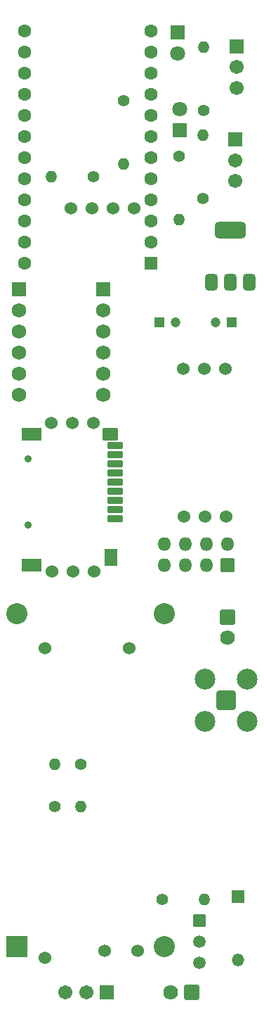
<source format=gbr>
%TF.GenerationSoftware,KiCad,Pcbnew,8.0.4*%
%TF.CreationDate,2024-10-24T02:17:11+06:00*%
%TF.ProjectId,PCB V0.6.3,50434220-5630-42e3-962e-332e6b696361,rev?*%
%TF.SameCoordinates,Original*%
%TF.FileFunction,Soldermask,Top*%
%TF.FilePolarity,Negative*%
%FSLAX46Y46*%
G04 Gerber Fmt 4.6, Leading zero omitted, Abs format (unit mm)*
G04 Created by KiCad (PCBNEW 8.0.4) date 2024-10-24 02:17:11*
%MOMM*%
%LPD*%
G01*
G04 APERTURE LIST*
G04 Aperture macros list*
%AMRoundRect*
0 Rectangle with rounded corners*
0 $1 Rounding radius*
0 $2 $3 $4 $5 $6 $7 $8 $9 X,Y pos of 4 corners*
0 Add a 4 corners polygon primitive as box body*
4,1,4,$2,$3,$4,$5,$6,$7,$8,$9,$2,$3,0*
0 Add four circle primitives for the rounded corners*
1,1,$1+$1,$2,$3*
1,1,$1+$1,$4,$5*
1,1,$1+$1,$6,$7*
1,1,$1+$1,$8,$9*
0 Add four rect primitives between the rounded corners*
20,1,$1+$1,$2,$3,$4,$5,0*
20,1,$1+$1,$4,$5,$6,$7,0*
20,1,$1+$1,$6,$7,$8,$9,0*
20,1,$1+$1,$8,$9,$2,$3,0*%
G04 Aperture macros list end*
%ADD10C,1.524000*%
%ADD11R,1.800000X1.800000*%
%ADD12C,1.800000*%
%ADD13C,1.400000*%
%ADD14O,1.400000X1.400000*%
%ADD15R,2.540000X2.540000*%
%ADD16C,2.540000*%
%ADD17RoundRect,0.375000X0.375000X-0.625000X0.375000X0.625000X-0.375000X0.625000X-0.375000X-0.625000X0*%
%ADD18RoundRect,0.500000X1.400000X-0.500000X1.400000X0.500000X-1.400000X0.500000X-1.400000X-0.500000X0*%
%ADD19RoundRect,0.200100X0.949900X0.949900X-0.949900X0.949900X-0.949900X-0.949900X0.949900X-0.949900X0*%
%ADD20C,2.500000*%
%ADD21R,1.500000X1.500000*%
%ADD22O,1.500000X1.500000*%
%ADD23C,0.900000*%
%ADD24RoundRect,0.102000X-0.800000X0.350000X-0.800000X-0.350000X0.800000X-0.350000X0.800000X0.350000X0*%
%ADD25RoundRect,0.102000X-0.800000X0.700000X-0.800000X-0.700000X0.800000X-0.700000X0.800000X0.700000X0*%
%ADD26RoundRect,0.102000X-1.100000X0.700000X-1.100000X-0.700000X1.100000X-0.700000X1.100000X0.700000X0*%
%ADD27RoundRect,0.102000X-0.700000X0.900000X-0.700000X-0.900000X0.700000X-0.900000X0.700000X0.900000X0*%
%ADD28R,1.600000X1.600000*%
%ADD29C,1.600000*%
%ADD30R,1.200000X1.200000*%
%ADD31C,1.200000*%
%ADD32RoundRect,0.102000X-0.649000X0.649000X-0.649000X-0.649000X0.649000X-0.649000X0.649000X0.649000X0*%
%ADD33C,1.502000*%
%ADD34RoundRect,0.102000X-0.787500X-0.787500X0.787500X-0.787500X0.787500X0.787500X-0.787500X0.787500X0*%
%ADD35C,1.779000*%
%ADD36RoundRect,0.102000X-0.754000X-0.754000X0.754000X-0.754000X0.754000X0.754000X-0.754000X0.754000X0*%
%ADD37C,1.712000*%
%ADD38RoundRect,0.050800X0.762000X-0.762000X0.762000X0.762000X-0.762000X0.762000X-0.762000X-0.762000X0*%
%ADD39O,1.625600X1.625600*%
%ADD40RoundRect,0.102000X0.754000X-0.754000X0.754000X0.754000X-0.754000X0.754000X-0.754000X-0.754000X0*%
%ADD41C,1.728000*%
%ADD42RoundRect,0.102000X0.762000X0.762000X-0.762000X0.762000X-0.762000X-0.762000X0.762000X-0.762000X0*%
%ADD43RoundRect,0.102000X0.787500X-0.787500X0.787500X0.787500X-0.787500X0.787500X-0.787500X-0.787500X0*%
G04 APERTURE END LIST*
D10*
%TO.C,U3*%
X86405000Y-114320000D03*
X88945000Y-114320000D03*
X91485000Y-114320000D03*
X86445000Y-132180000D03*
X88985000Y-132180000D03*
X91525000Y-132180000D03*
%TD*%
D11*
%TO.C,D2*%
X101900000Y-79140000D03*
D12*
X101900000Y-76600000D03*
%TD*%
D13*
%TO.C,R3*%
X104700000Y-87310000D03*
D14*
X104700000Y-79690000D03*
%TD*%
D15*
%TO.C,U5*%
X82230000Y-177300000D03*
D16*
X100010000Y-177300000D03*
X100030000Y-137300000D03*
X82250000Y-137300000D03*
%TD*%
D13*
%TO.C,R2*%
X104750000Y-76720000D03*
D14*
X104750000Y-69100000D03*
%TD*%
D13*
%TO.C,R6*%
X95100000Y-75500000D03*
D14*
X95100000Y-83120000D03*
%TD*%
D17*
%TO.C,U8*%
X105700000Y-97400000D03*
X108000000Y-97400000D03*
D18*
X108000000Y-91100000D03*
D17*
X110300000Y-97400000D03*
%TD*%
D11*
%TO.C,D3*%
X101600000Y-67300000D03*
D12*
X101600000Y-69840000D03*
%TD*%
D13*
%TO.C,R7*%
X86800000Y-160500000D03*
D14*
X86800000Y-155420000D03*
%TD*%
D19*
%TO.C,J6*%
X107500000Y-147650000D03*
D20*
X110040000Y-150190000D03*
X110040000Y-145110000D03*
X104960000Y-150190000D03*
X104960000Y-145110000D03*
%TD*%
D10*
%TO.C,U4*%
X102320000Y-107800000D03*
X104860000Y-107800000D03*
X107400000Y-107800000D03*
X102360000Y-125560000D03*
X104900000Y-125560000D03*
X107440000Y-125560000D03*
%TD*%
D21*
%TO.C,D1*%
X108925000Y-171325000D03*
D22*
X108925000Y-178945000D03*
%TD*%
D13*
%TO.C,R8*%
X89900000Y-155400000D03*
D14*
X89900000Y-160480000D03*
%TD*%
D23*
%TO.C,P1*%
X83600000Y-118600000D03*
X83600000Y-126600000D03*
D24*
X94100000Y-125800000D03*
X94100000Y-124700000D03*
X94100000Y-123600000D03*
X94100000Y-122500000D03*
X94100000Y-121400000D03*
X94100000Y-120300000D03*
X94100000Y-119200000D03*
X94100000Y-118100000D03*
X94100000Y-117000000D03*
D25*
X93500000Y-115700000D03*
D26*
X84000000Y-115700000D03*
X84000000Y-131400000D03*
D27*
X93600000Y-130500000D03*
%TD*%
D28*
%TO.C,U2*%
X98400000Y-95060000D03*
D29*
X98400000Y-92520000D03*
X98400000Y-89980000D03*
X98400000Y-87440000D03*
X98400000Y-84900000D03*
X98400000Y-82360000D03*
X98400000Y-79820000D03*
X98400000Y-77280000D03*
X98400000Y-74740000D03*
X98400000Y-72200000D03*
X98400000Y-69660000D03*
X98400000Y-67120000D03*
X83160000Y-67120000D03*
X83160000Y-69660000D03*
X83160000Y-72200000D03*
X83160000Y-74740000D03*
X83160000Y-77280000D03*
X83160000Y-79820000D03*
X83160000Y-82360000D03*
X83160000Y-84900000D03*
X83160000Y-87440000D03*
X83160000Y-89980000D03*
X83160000Y-92520000D03*
X83160000Y-95060000D03*
%TD*%
D30*
%TO.C,C1*%
X99400000Y-102200000D03*
D31*
X101400000Y-102200000D03*
%TD*%
D13*
%TO.C,R4*%
X91430000Y-84675000D03*
D14*
X86350000Y-84675000D03*
%TD*%
D32*
%TO.C,Q1*%
X104250000Y-174200000D03*
D33*
X104250000Y-176740000D03*
X104250000Y-179280000D03*
%TD*%
D13*
%TO.C,R1*%
X99775000Y-171625000D03*
D14*
X104855000Y-171625000D03*
%TD*%
D13*
%TO.C,R5*%
X101800000Y-82200000D03*
D14*
X101800000Y-89820000D03*
%TD*%
D30*
%TO.C,C2*%
X108172600Y-102200000D03*
D31*
X106172600Y-102200000D03*
%TD*%
D34*
%TO.C,J5*%
X103300000Y-182800000D03*
D35*
X100800000Y-182800000D03*
%TD*%
D10*
%TO.C,M8N_GPS1*%
X88720000Y-88500000D03*
X91260000Y-88500000D03*
X93800000Y-88500000D03*
X96340000Y-88500000D03*
%TD*%
D36*
%TO.C,J3*%
X93100000Y-182800000D03*
D37*
X90600000Y-182800000D03*
X88100000Y-182800000D03*
%TD*%
D38*
%TO.C,U1*%
X107610000Y-131443500D03*
D39*
X107610000Y-128903500D03*
X105070000Y-131443500D03*
X105070000Y-128903500D03*
X102530000Y-131443500D03*
X102530000Y-128903500D03*
X99990000Y-131443500D03*
X99990000Y-128903500D03*
%TD*%
D40*
%TO.C,J4*%
X108600000Y-80200000D03*
D37*
X108600000Y-82700000D03*
X108600000Y-85200000D03*
%TD*%
D40*
%TO.C,J2*%
X108700000Y-69000000D03*
D37*
X108700000Y-71500000D03*
X108700000Y-74000000D03*
%TD*%
D10*
%TO.C,U6*%
X96800000Y-177800000D03*
X92800000Y-177800000D03*
X95780000Y-141420000D03*
X85600000Y-178700000D03*
X85620000Y-141420000D03*
%TD*%
D41*
%TO.C,U7*%
X82520000Y-105870000D03*
X92680000Y-105870000D03*
X82520000Y-103330000D03*
D42*
X82520000Y-98250000D03*
D41*
X82520000Y-100790000D03*
X82520000Y-108410000D03*
X82520000Y-110950000D03*
X92680000Y-103330000D03*
D42*
X92680000Y-98250000D03*
D41*
X92680000Y-100790000D03*
X92680000Y-108410000D03*
X92680000Y-110950000D03*
%TD*%
D43*
%TO.C,J1*%
X107675000Y-137682500D03*
D35*
X107675000Y-140182500D03*
%TD*%
M02*

</source>
